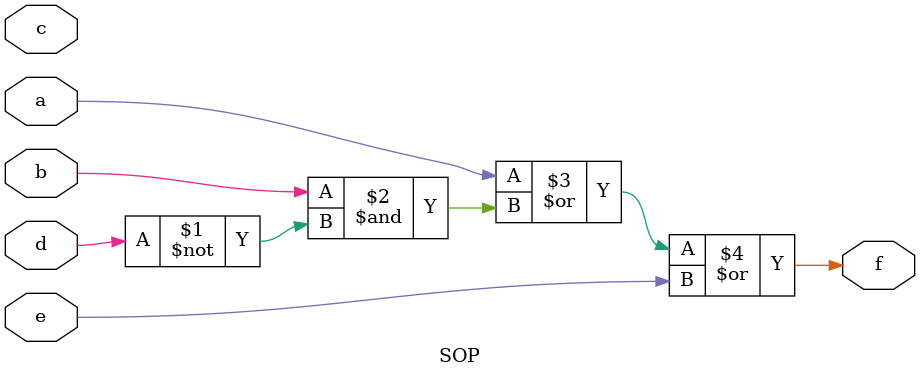
<source format=v>
module SOP(a,b,d,e,c,f);
input a,b,d,e,c;
output f;
assign f=a|(b&~d)|e;

endmodule

</source>
